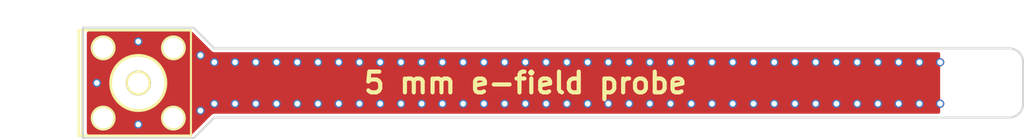
<source format=kicad_pcb>
(kicad_pcb (version 4) (host pcbnew 4.0.2-stable)

  (general
    (links 3)
    (no_connects 0)
    (area 110.924999 100.924999 179.075001 109.075001)
    (thickness 1.6)
    (drawings 13)
    (tracks 172)
    (zones 0)
    (modules 1)
    (nets 2)
  )

  (page A4)
  (layers
    (0 F.Cu signal)
    (1 In1.Cu signal)
    (2 In2.Cu signal)
    (31 B.Cu signal)
    (32 B.Adhes user)
    (33 F.Adhes user)
    (34 B.Paste user)
    (35 F.Paste user)
    (36 B.SilkS user)
    (37 F.SilkS user)
    (38 B.Mask user)
    (39 F.Mask user)
    (40 Dwgs.User user)
    (41 Cmts.User user)
    (42 Eco1.User user)
    (43 Eco2.User user)
    (44 Edge.Cuts user)
    (45 Margin user)
    (46 B.CrtYd user)
    (47 F.CrtYd user)
    (48 B.Fab user)
    (49 F.Fab user)
  )

  (setup
    (last_trace_width 0.25)
    (trace_clearance 0.2)
    (zone_clearance 0.2)
    (zone_45_only no)
    (trace_min 0.2)
    (segment_width 0.2)
    (edge_width 0.15)
    (via_size 0.6)
    (via_drill 0.4)
    (via_min_size 0.4)
    (via_min_drill 0.3)
    (uvia_size 0.3)
    (uvia_drill 0.1)
    (uvias_allowed no)
    (uvia_min_size 0.2)
    (uvia_min_drill 0.1)
    (pcb_text_width 0.3)
    (pcb_text_size 1.5 1.5)
    (mod_edge_width 0.15)
    (mod_text_size 0.001 0.001)
    (mod_text_width 0.00025)
    (pad_size 1.524 1.524)
    (pad_drill 0.762)
    (pad_to_mask_clearance 0.2)
    (aux_axis_origin 0 0)
    (visible_elements FFFFFF7F)
    (pcbplotparams
      (layerselection 0x010f0_80000007)
      (usegerberextensions true)
      (excludeedgelayer true)
      (linewidth 0.100000)
      (plotframeref false)
      (viasonmask false)
      (mode 1)
      (useauxorigin false)
      (hpglpennumber 1)
      (hpglpenspeed 20)
      (hpglpendiameter 15)
      (hpglpenoverlay 2)
      (psnegative false)
      (psa4output false)
      (plotreference true)
      (plotvalue true)
      (plotinvisibletext false)
      (padsonsilk false)
      (subtractmaskfromsilk false)
      (outputformat 1)
      (mirror false)
      (drillshape 0)
      (scaleselection 1)
      (outputdirectory gerbs/))
  )

  (net 0 "")
  (net 1 GND)

  (net_class Default "This is the default net class."
    (clearance 0.2)
    (trace_width 0.25)
    (via_dia 0.6)
    (via_drill 0.4)
    (uvia_dia 0.3)
    (uvia_drill 0.1)
    (add_net GND)
  )

  (module vna_footprints:732512200_SMA (layer F.Cu) (tedit 56AF1EC8) (tstamp 573AC994)
    (at 115 105)
    (path /573ABABD)
    (fp_text reference U101 (at -10 -4) (layer F.SilkS)
      (effects (font (size 0.001 0.001) (thickness 0.00025)))
    )
    (fp_text value CONN_SMA (at -6 -6) (layer F.Fab)
      (effects (font (size 0.001 0.001) (thickness 0.00025)))
    )
    (fp_line (start -4.064 3.81) (end -4.064 -3.81) (layer F.SilkS) (width 0.15))
    (fp_line (start -4.318 3.81) (end -3.81 3.81) (layer F.SilkS) (width 0.15))
    (fp_line (start -4.318 -3.81) (end -4.318 3.81) (layer F.SilkS) (width 0.15))
    (fp_line (start -4.318 -3.81) (end -3.81 -3.81) (layer F.SilkS) (width 0.15))
    (fp_line (start 3.81 3.81) (end -3.81 3.81) (layer F.SilkS) (width 0.15))
    (fp_line (start 3.81 -3.81) (end 3.81 3.81) (layer F.SilkS) (width 0.15))
    (fp_line (start -3.81 -3.81) (end 3.81 -3.81) (layer F.SilkS) (width 0.15))
    (pad 1 thru_hole circle (at 0 0) (size 1.8 1.8) (drill 1.5) (layers *.Cu *.Mask F.SilkS))
    (pad 2 thru_hole circle (at -2.54 2.54) (size 1.8 1.8) (drill 1.5) (layers *.Cu *.Mask F.SilkS)
      (net 1 GND))
    (pad 3 thru_hole circle (at -2.54 -2.54) (size 1.8 1.8) (drill 1.5) (layers *.Cu *.Mask F.SilkS)
      (net 1 GND))
    (pad 4 thru_hole circle (at 2.54 -2.54) (size 1.8 1.8) (drill 1.5) (layers *.Cu *.Mask F.SilkS)
      (net 1 GND))
    (pad 5 thru_hole circle (at 2.54 2.54) (size 1.8 1.8) (drill 1.5) (layers *.Cu *.Mask F.SilkS)
      (net 1 GND))
  )

  (gr_line (start 120.5 102.5) (end 178 102.5) (layer Edge.Cuts) (width 0.15))
  (gr_line (start 178 107.5) (end 120.5 107.5) (layer Edge.Cuts) (width 0.15))
  (gr_line (start 179 103.5) (end 179 106.5) (layer Edge.Cuts) (width 0.15))
  (gr_arc (start 178 106.5) (end 179 106.5) (angle 90) (layer Edge.Cuts) (width 0.15))
  (gr_arc (start 178 103.5) (end 178 102.5) (angle 90) (layer Edge.Cuts) (width 0.15))
  (gr_text "5 mm e-field probe" (at 143 105) (layer F.SilkS)
    (effects (font (size 1.5 1.5) (thickness 0.3)))
  )
  (gr_line (start 119 101) (end 120.5 102.5) (layer Edge.Cuts) (width 0.15))
  (gr_line (start 118.75 101) (end 119 101) (layer Edge.Cuts) (width 0.15))
  (gr_line (start 111 101) (end 118.75 101) (layer Edge.Cuts) (width 0.15))
  (gr_line (start 119 109) (end 120.5 107.5) (layer Edge.Cuts) (width 0.15))
  (gr_line (start 111 109) (end 119 109) (layer Edge.Cuts) (width 0.15))
  (gr_line (start 111 109) (end 111 101) (layer Edge.Cuts) (width 0.15))
  (gr_circle (center 115 105) (end 113 105) (layer F.SilkS) (width 0.2))

  (segment (start 175 105) (end 178 105) (width 0.25) (layer In1.Cu) (net 0))
  (segment (start 115 105) (end 170 105) (width 0.25) (layer In1.Cu) (net 0))
  (segment (start 170 105) (end 175 105) (width 0.25) (layer In1.Cu) (net 0))
  (segment (start 173 103.5) (end 173 106.5) (width 0.25) (layer In2.Cu) (net 1))
  (segment (start 112 105.807208) (end 112 105) (width 0.25) (layer In2.Cu) (net 1))
  (via (at 112 105) (size 0.6) (drill 0.4) (layers F.Cu B.Cu) (net 1))
  (segment (start 112.46 107.54) (end 112.46 106.267208) (width 0.25) (layer In2.Cu) (net 1))
  (segment (start 112.46 106.267208) (end 112 105.807208) (width 0.25) (layer In2.Cu) (net 1))
  (segment (start 115.807208 108) (end 115 108) (width 0.25) (layer F.Cu) (net 1))
  (via (at 115 108) (size 0.6) (drill 0.4) (layers F.Cu B.Cu) (net 1))
  (segment (start 117.54 107.54) (end 116.267208 107.54) (width 0.25) (layer F.Cu) (net 1))
  (segment (start 116.267208 107.54) (end 115.807208 108) (width 0.25) (layer F.Cu) (net 1))
  (segment (start 117.54 102.46) (end 115.46 102.46) (width 0.25) (layer In2.Cu) (net 1))
  (segment (start 115.46 102.46) (end 115 102) (width 0.25) (layer In2.Cu) (net 1))
  (via (at 115 102) (size 0.6) (drill 0.4) (layers F.Cu B.Cu) (net 1))
  (segment (start 119.700001 103.200001) (end 119.5 103) (width 0.25) (layer F.Cu) (net 1))
  (via (at 119.5 103) (size 0.6) (drill 0.4) (layers F.Cu B.Cu) (net 1))
  (segment (start 120.5 103.5) (end 120.200001 103.200001) (width 0.25) (layer F.Cu) (net 1))
  (segment (start 120.200001 103.200001) (end 119.700001 103.200001) (width 0.25) (layer F.Cu) (net 1))
  (segment (start 120 106.5) (end 119.5 107) (width 0.25) (layer In2.Cu) (net 1))
  (via (at 119.5 107) (size 0.6) (drill 0.4) (layers F.Cu B.Cu) (net 1))
  (segment (start 120.5 106.5) (end 120 106.5) (width 0.25) (layer In2.Cu) (net 1))
  (via (at 120.5 106.5) (size 0.6) (drill 0.4) (layers F.Cu B.Cu) (net 1))
  (segment (start 122 106.5) (end 120.5 106.5) (width 0.25) (layer In2.Cu) (net 1))
  (via (at 122 106.5) (size 0.6) (drill 0.4) (layers F.Cu B.Cu) (net 1))
  (segment (start 123.5 106.5) (end 122 106.5) (width 0.25) (layer In2.Cu) (net 1))
  (via (at 123.5 106.5) (size 0.6) (drill 0.4) (layers F.Cu B.Cu) (net 1))
  (segment (start 125 106.5) (end 123.5 106.5) (width 0.25) (layer In2.Cu) (net 1))
  (via (at 125 106.5) (size 0.6) (drill 0.4) (layers F.Cu B.Cu) (net 1))
  (segment (start 126.5 106.5) (end 125 106.5) (width 0.25) (layer In2.Cu) (net 1))
  (via (at 126.5 106.5) (size 0.6) (drill 0.4) (layers F.Cu B.Cu) (net 1))
  (segment (start 128 106.5) (end 126.5 106.5) (width 0.25) (layer In2.Cu) (net 1))
  (via (at 128 106.5) (size 0.6) (drill 0.4) (layers F.Cu B.Cu) (net 1))
  (segment (start 129.5 106.5) (end 128 106.5) (width 0.25) (layer F.Cu) (net 1))
  (via (at 129.5 106.5) (size 0.6) (drill 0.4) (layers F.Cu B.Cu) (net 1))
  (segment (start 131 106.5) (end 129.5 106.5) (width 0.25) (layer F.Cu) (net 1))
  (via (at 131 106.5) (size 0.6) (drill 0.4) (layers F.Cu B.Cu) (net 1))
  (segment (start 132.5 106.5) (end 131 106.5) (width 0.25) (layer F.Cu) (net 1))
  (via (at 132.5 106.5) (size 0.6) (drill 0.4) (layers F.Cu B.Cu) (net 1))
  (segment (start 134 106.5) (end 132.5 106.5) (width 0.25) (layer F.Cu) (net 1))
  (via (at 134 106.5) (size 0.6) (drill 0.4) (layers F.Cu B.Cu) (net 1))
  (segment (start 135.5 106.5) (end 134 106.5) (width 0.25) (layer F.Cu) (net 1))
  (via (at 135.5 106.5) (size 0.6) (drill 0.4) (layers F.Cu B.Cu) (net 1))
  (segment (start 137 106.5) (end 135.5 106.5) (width 0.25) (layer F.Cu) (net 1))
  (via (at 137 106.5) (size 0.6) (drill 0.4) (layers F.Cu B.Cu) (net 1))
  (segment (start 138.5 106.5) (end 137 106.5) (width 0.25) (layer F.Cu) (net 1))
  (via (at 138.5 106.5) (size 0.6) (drill 0.4) (layers F.Cu B.Cu) (net 1))
  (segment (start 140 106.5) (end 138.5 106.5) (width 0.25) (layer F.Cu) (net 1))
  (via (at 140 106.5) (size 0.6) (drill 0.4) (layers F.Cu B.Cu) (net 1))
  (segment (start 141.5 106.5) (end 140 106.5) (width 0.25) (layer F.Cu) (net 1))
  (via (at 141.5 106.5) (size 0.6) (drill 0.4) (layers F.Cu B.Cu) (net 1))
  (segment (start 143 106.5) (end 141.5 106.5) (width 0.25) (layer F.Cu) (net 1))
  (via (at 143 106.5) (size 0.6) (drill 0.4) (layers F.Cu B.Cu) (net 1))
  (segment (start 144.5 106.5) (end 143 106.5) (width 0.25) (layer F.Cu) (net 1))
  (via (at 144.5 106.5) (size 0.6) (drill 0.4) (layers F.Cu B.Cu) (net 1))
  (segment (start 146 106.5) (end 144.5 106.5) (width 0.25) (layer F.Cu) (net 1))
  (via (at 146 106.5) (size 0.6) (drill 0.4) (layers F.Cu B.Cu) (net 1))
  (segment (start 147.5 106.5) (end 146 106.5) (width 0.25) (layer F.Cu) (net 1))
  (via (at 147.5 106.5) (size 0.6) (drill 0.4) (layers F.Cu B.Cu) (net 1))
  (segment (start 149 106.5) (end 147.5 106.5) (width 0.25) (layer F.Cu) (net 1))
  (via (at 149 106.5) (size 0.6) (drill 0.4) (layers F.Cu B.Cu) (net 1))
  (segment (start 150.5 106.5) (end 149 106.5) (width 0.25) (layer F.Cu) (net 1))
  (via (at 150.5 106.5) (size 0.6) (drill 0.4) (layers F.Cu B.Cu) (net 1))
  (segment (start 152 106.5) (end 150.5 106.5) (width 0.25) (layer F.Cu) (net 1))
  (segment (start 152 106.5) (end 151 106.5) (width 0.25) (layer In2.Cu) (net 1))
  (via (at 152 106.5) (size 0.6) (drill 0.4) (layers F.Cu B.Cu) (net 1))
  (segment (start 153.5 106.5) (end 152 106.5) (width 0.25) (layer In2.Cu) (net 1))
  (segment (start 155 106.5) (end 153.5 106.5) (width 0.25) (layer F.Cu) (net 1))
  (via (at 153.5 106.5) (size 0.6) (drill 0.4) (layers F.Cu B.Cu) (net 1))
  (via (at 155 106.5) (size 0.6) (drill 0.4) (layers F.Cu B.Cu) (net 1))
  (segment (start 156.5 106.5) (end 155 106.5) (width 0.25) (layer F.Cu) (net 1))
  (via (at 156.5 106.5) (size 0.6) (drill 0.4) (layers F.Cu B.Cu) (net 1))
  (segment (start 158 106.5) (end 156.5 106.5) (width 0.25) (layer F.Cu) (net 1))
  (via (at 158 106.5) (size 0.6) (drill 0.4) (layers F.Cu B.Cu) (net 1))
  (segment (start 159.5 106.5) (end 158 106.5) (width 0.25) (layer F.Cu) (net 1))
  (via (at 159.5 106.5) (size 0.6) (drill 0.4) (layers F.Cu B.Cu) (net 1))
  (segment (start 161 106.5) (end 159.5 106.5) (width 0.25) (layer F.Cu) (net 1))
  (via (at 161 106.5) (size 0.6) (drill 0.4) (layers F.Cu B.Cu) (net 1))
  (segment (start 162.5 106.5) (end 161 106.5) (width 0.25) (layer F.Cu) (net 1))
  (via (at 162.5 106.5) (size 0.6) (drill 0.4) (layers F.Cu B.Cu) (net 1))
  (segment (start 164 106.5) (end 162.5 106.5) (width 0.25) (layer F.Cu) (net 1))
  (via (at 164 106.5) (size 0.6) (drill 0.4) (layers F.Cu B.Cu) (net 1))
  (segment (start 165.5 106.5) (end 164 106.5) (width 0.25) (layer F.Cu) (net 1))
  (via (at 165.5 106.5) (size 0.6) (drill 0.4) (layers F.Cu B.Cu) (net 1))
  (segment (start 167 106.5) (end 165.5 106.5) (width 0.25) (layer F.Cu) (net 1))
  (via (at 167 106.5) (size 0.6) (drill 0.4) (layers F.Cu B.Cu) (net 1))
  (segment (start 168.5 106.5) (end 167 106.5) (width 0.25) (layer F.Cu) (net 1))
  (via (at 168.5 106.5) (size 0.6) (drill 0.4) (layers F.Cu B.Cu) (net 1))
  (segment (start 170 106.5) (end 168.5 106.5) (width 0.25) (layer F.Cu) (net 1))
  (segment (start 171.5 106.5) (end 170 106.5) (width 0.25) (layer In2.Cu) (net 1))
  (via (at 170 106.5) (size 0.6) (drill 0.4) (layers F.Cu B.Cu) (net 1))
  (segment (start 173 106.5) (end 171.5 106.5) (width 0.25) (layer F.Cu) (net 1))
  (via (at 171.5 106.5) (size 0.6) (drill 0.4) (layers F.Cu B.Cu) (net 1))
  (via (at 173 106.5) (size 0.6) (drill 0.4) (layers F.Cu B.Cu) (net 1))
  (segment (start 171.5 103.5) (end 173 103.5) (width 0.25) (layer In2.Cu) (net 1))
  (via (at 173 103.5) (size 0.6) (drill 0.4) (layers F.Cu B.Cu) (net 1))
  (segment (start 170 103.5) (end 171.5 103.5) (width 0.25) (layer F.Cu) (net 1))
  (via (at 171.5 103.5) (size 0.6) (drill 0.4) (layers F.Cu B.Cu) (net 1))
  (segment (start 168.5 103.5) (end 170 103.5) (width 0.25) (layer In2.Cu) (net 1))
  (via (at 170 103.5) (size 0.6) (drill 0.4) (layers F.Cu B.Cu) (net 1))
  (segment (start 167 103.5) (end 168.5 103.5) (width 0.25) (layer F.Cu) (net 1))
  (via (at 168.5 103.5) (size 0.6) (drill 0.4) (layers F.Cu B.Cu) (net 1))
  (segment (start 165.5 103.5) (end 167 103.5) (width 0.25) (layer In2.Cu) (net 1))
  (via (at 167 103.5) (size 0.6) (drill 0.4) (layers F.Cu B.Cu) (net 1))
  (segment (start 164 103.5) (end 165.5 103.5) (width 0.25) (layer F.Cu) (net 1))
  (via (at 165.5 103.5) (size 0.6) (drill 0.4) (layers F.Cu B.Cu) (net 1))
  (via (at 164 103.5) (size 0.6) (drill 0.4) (layers F.Cu B.Cu) (net 1))
  (segment (start 162.5 103.5) (end 164 103.5) (width 0.25) (layer F.Cu) (net 1))
  (segment (start 161 103.5) (end 162.5 103.5) (width 0.25) (layer In2.Cu) (net 1))
  (segment (start 162.5 103.5) (end 163 103.5) (width 0.25) (layer In2.Cu) (net 1))
  (segment (start 161 103.5) (end 162.5 103.5) (width 0.25) (layer F.Cu) (net 1))
  (via (at 162.5 103.5) (size 0.6) (drill 0.4) (layers F.Cu B.Cu) (net 1))
  (via (at 161 103.5) (size 0.6) (drill 0.4) (layers F.Cu B.Cu) (net 1))
  (segment (start 159.5 103.5) (end 161 103.5) (width 0.25) (layer In2.Cu) (net 1))
  (segment (start 158 103.5) (end 159.5 103.5) (width 0.25) (layer F.Cu) (net 1))
  (via (at 159.5 103.5) (size 0.6) (drill 0.4) (layers F.Cu B.Cu) (net 1))
  (via (at 158 103.5) (size 0.6) (drill 0.4) (layers F.Cu B.Cu) (net 1))
  (segment (start 156.5 103.5) (end 158 103.5) (width 0.25) (layer F.Cu) (net 1))
  (segment (start 155 103.5) (end 156.5 103.5) (width 0.25) (layer In2.Cu) (net 1))
  (via (at 156.5 103.5) (size 0.6) (drill 0.4) (layers F.Cu B.Cu) (net 1))
  (segment (start 153.5 103.5) (end 155 103.5) (width 0.25) (layer F.Cu) (net 1))
  (via (at 155 103.5) (size 0.6) (drill 0.4) (layers F.Cu B.Cu) (net 1))
  (via (at 153.5 103.5) (size 0.6) (drill 0.4) (layers F.Cu B.Cu) (net 1))
  (segment (start 152 103.5) (end 153.5 103.5) (width 0.25) (layer F.Cu) (net 1))
  (via (at 152 103.5) (size 0.6) (drill 0.4) (layers F.Cu B.Cu) (net 1))
  (segment (start 150.5 103.5) (end 152 103.5) (width 0.25) (layer F.Cu) (net 1))
  (segment (start 149 103.5) (end 150.5 103.5) (width 0.25) (layer In2.Cu) (net 1))
  (via (at 150.5 103.5) (size 0.6) (drill 0.4) (layers F.Cu B.Cu) (net 1))
  (via (at 149 103.5) (size 0.6) (drill 0.4) (layers F.Cu B.Cu) (net 1))
  (segment (start 147.5 103.5) (end 149 103.5) (width 0.25) (layer In2.Cu) (net 1))
  (via (at 147.5 103.5) (size 0.6) (drill 0.4) (layers F.Cu B.Cu) (net 1))
  (segment (start 146 103.5) (end 147.5 103.5) (width 0.25) (layer In2.Cu) (net 1))
  (via (at 146 103.5) (size 0.6) (drill 0.4) (layers F.Cu B.Cu) (net 1))
  (segment (start 144.5 103.5) (end 146 103.5) (width 0.25) (layer In2.Cu) (net 1))
  (via (at 144.5 103.5) (size 0.6) (drill 0.4) (layers F.Cu B.Cu) (net 1))
  (segment (start 143 103.5) (end 144.5 103.5) (width 0.25) (layer In2.Cu) (net 1))
  (segment (start 141.5 103.5) (end 143 103.5) (width 0.25) (layer F.Cu) (net 1))
  (via (at 143 103.5) (size 0.6) (drill 0.4) (layers F.Cu B.Cu) (net 1))
  (via (at 141.5 103.5) (size 0.6) (drill 0.4) (layers F.Cu B.Cu) (net 1))
  (segment (start 140 103.5) (end 141.5 103.5) (width 0.25) (layer F.Cu) (net 1))
  (segment (start 138.5 103.5) (end 140 103.5) (width 0.25) (layer In2.Cu) (net 1))
  (via (at 140 103.5) (size 0.6) (drill 0.4) (layers F.Cu B.Cu) (net 1))
  (via (at 138.5 103.5) (size 0.6) (drill 0.4) (layers F.Cu B.Cu) (net 1))
  (segment (start 137 103.5) (end 138.5 103.5) (width 0.25) (layer In2.Cu) (net 1))
  (via (at 137 103.5) (size 0.6) (drill 0.4) (layers F.Cu B.Cu) (net 1))
  (segment (start 135.5 103.5) (end 137 103.5) (width 0.25) (layer In2.Cu) (net 1))
  (segment (start 134 103.5) (end 135.5 103.5) (width 0.25) (layer F.Cu) (net 1))
  (via (at 135.5 103.5) (size 0.6) (drill 0.4) (layers F.Cu B.Cu) (net 1))
  (via (at 134 103.5) (size 0.6) (drill 0.4) (layers F.Cu B.Cu) (net 1))
  (segment (start 132.5 103.5) (end 134 103.5) (width 0.25) (layer F.Cu) (net 1))
  (segment (start 131 103.5) (end 132.5 103.5) (width 0.25) (layer In2.Cu) (net 1))
  (via (at 132.5 103.5) (size 0.6) (drill 0.4) (layers F.Cu B.Cu) (net 1))
  (via (at 131 103.5) (size 0.6) (drill 0.4) (layers F.Cu B.Cu) (net 1))
  (segment (start 129.5 103.5) (end 131 103.5) (width 0.25) (layer In2.Cu) (net 1))
  (segment (start 128 103.5) (end 129.5 103.5) (width 0.25) (layer F.Cu) (net 1))
  (via (at 129.5 103.5) (size 0.6) (drill 0.4) (layers F.Cu B.Cu) (net 1))
  (segment (start 126.5 103.5) (end 128 103.5) (width 0.25) (layer In2.Cu) (net 1))
  (via (at 128 103.5) (size 0.6) (drill 0.4) (layers F.Cu B.Cu) (net 1))
  (segment (start 125 103.5) (end 126.5 103.5) (width 0.25) (layer F.Cu) (net 1))
  (via (at 126.5 103.5) (size 0.6) (drill 0.4) (layers F.Cu B.Cu) (net 1))
  (via (at 125 103.5) (size 0.6) (drill 0.4) (layers F.Cu B.Cu) (net 1))
  (segment (start 123.5 103.5) (end 125 103.5) (width 0.25) (layer F.Cu) (net 1))
  (via (at 123.5 103.5) (size 0.6) (drill 0.4) (layers F.Cu B.Cu) (net 1))
  (segment (start 122 103.5) (end 123.5 103.5) (width 0.25) (layer F.Cu) (net 1))
  (via (at 122 103.5) (size 0.6) (drill 0.4) (layers F.Cu B.Cu) (net 1))
  (segment (start 120.5 103.5) (end 122 103.5) (width 0.25) (layer F.Cu) (net 1))
  (segment (start 120.359999 103.359999) (end 120.5 103.5) (width 0.25) (layer F.Cu) (net 1))
  (via (at 120.5 103.5) (size 0.6) (drill 0.4) (layers F.Cu B.Cu) (net 1))
  (segment (start 117.54 102.46) (end 118.439999 103.359999) (width 0.25) (layer F.Cu) (net 1))
  (segment (start 118.439999 103.359999) (end 120.359999 103.359999) (width 0.25) (layer F.Cu) (net 1))
  (segment (start 117.54 102.46) (end 119.71 102.46) (width 0.25) (layer F.Cu) (net 1))
  (segment (start 119.71 102.46) (end 120.5 103.25) (width 0.25) (layer F.Cu) (net 1))

  (zone (net 1) (net_name GND) (layer F.Cu) (tstamp 0) (hatch edge 0.508)
    (connect_pads yes (clearance 0.2))
    (min_thickness 0.254)
    (fill yes (arc_segments 16) (thermal_gap 0.508) (thermal_bridge_width 0.508))
    (polygon
      (pts
        (xy 111 101) (xy 111 109) (xy 173 109) (xy 173 101)
      )
    )
    (filled_polygon
      (pts
        (xy 120.215743 102.784257) (xy 120.346161 102.8714) (xy 120.5 102.902) (xy 172.873 102.902) (xy 172.873 107.098)
        (xy 120.5 107.098) (xy 120.346161 107.1286) (xy 120.215743 107.215743) (xy 118.833486 108.598) (xy 111.402 108.598)
        (xy 111.402 104.7) (xy 112.873 104.7) (xy 112.873 105.2) (xy 112.876792 105.230802) (xy 112.976792 105.630802)
        (xy 112.979517 105.640161) (xy 113.079517 105.940161) (xy 113.09433 105.970447) (xy 113.29433 106.270447) (xy 113.310197 106.289803)
        (xy 113.710197 106.689803) (xy 113.729553 106.70567) (xy 114.029553 106.90567) (xy 114.059839 106.920483) (xy 114.359839 107.020483)
        (xy 114.369198 107.023208) (xy 114.769198 107.123208) (xy 114.8 107.127) (xy 115.2 107.127) (xy 115.230802 107.123208)
        (xy 115.630802 107.023208) (xy 115.640161 107.020483) (xy 115.940161 106.920483) (xy 115.970447 106.90567) (xy 116.270447 106.70567)
        (xy 116.289803 106.689803) (xy 116.589803 106.389803) (xy 116.60567 106.370447) (xy 116.80567 106.070447) (xy 116.813592 106.056796)
        (xy 117.013592 105.656796) (xy 117.023208 105.630802) (xy 117.123208 105.230802) (xy 117.127 105.2) (xy 117.127 104.8)
        (xy 117.123208 104.769198) (xy 117.023208 104.369198) (xy 117.017917 104.352833) (xy 116.817917 103.852833) (xy 116.789803 103.810197)
        (xy 116.289803 103.310197) (xy 116.26301 103.289733) (xy 115.56301 102.889733) (xy 115.5 102.873) (xy 114.8 102.873)
        (xy 114.775093 102.875466) (xy 114.275093 102.975466) (xy 114.226183 102.996656) (xy 113.526183 103.496656) (xy 113.50083 103.520664)
        (xy 113.10083 104.020664) (xy 113.079517 104.059839) (xy 112.879517 104.659839) (xy 112.873 104.7) (xy 111.402 104.7)
        (xy 111.402 101.402) (xy 118.833486 101.402)
      )
    )
  )
  (zone (net 1) (net_name GND) (layer In2.Cu) (tstamp 0) (hatch edge 0.508)
    (connect_pads yes (clearance 0.2))
    (min_thickness 0.254)
    (fill yes (arc_segments 16) (thermal_gap 0.508) (thermal_bridge_width 0.508))
    (polygon
      (pts
        (xy 111 101) (xy 111 109) (xy 173 109) (xy 173 101)
      )
    )
    (filled_polygon
      (pts
        (xy 120.215743 102.784257) (xy 120.346161 102.8714) (xy 120.5 102.902) (xy 172.873 102.902) (xy 172.873 107.098)
        (xy 120.5 107.098) (xy 120.346161 107.1286) (xy 120.215743 107.215743) (xy 118.833486 108.598) (xy 111.402 108.598)
        (xy 111.402 104.7) (xy 112.873 104.7) (xy 112.873 105.2) (xy 112.877886 105.23489) (xy 113.077886 105.93489)
        (xy 113.09433 105.970447) (xy 113.29433 106.270447) (xy 113.310197 106.289803) (xy 113.710197 106.689803) (xy 113.729553 106.70567)
        (xy 114.029553 106.90567) (xy 114.06511 106.922114) (xy 114.76511 107.122114) (xy 114.8 107.127) (xy 115.2 107.127)
        (xy 115.230802 107.123208) (xy 115.630802 107.023208) (xy 115.640161 107.020483) (xy 115.940161 106.920483) (xy 115.970447 106.90567)
        (xy 116.270447 106.70567) (xy 116.289803 106.689803) (xy 116.589803 106.389803) (xy 116.60567 106.370447) (xy 116.80567 106.070447)
        (xy 116.813592 106.056796) (xy 117.013592 105.656796) (xy 117.023208 105.630802) (xy 117.123208 105.230802) (xy 117.127 105.2)
        (xy 117.127 104.8) (xy 117.123208 104.769198) (xy 117.023208 104.369198) (xy 117.017917 104.352833) (xy 116.817917 103.852833)
        (xy 116.789803 103.810197) (xy 116.289803 103.310197) (xy 116.26301 103.289733) (xy 115.56301 102.889733) (xy 115.5 102.873)
        (xy 114.8 102.873) (xy 114.775093 102.875466) (xy 114.275093 102.975466) (xy 114.226183 102.996656) (xy 113.526183 103.496656)
        (xy 113.50083 103.520664) (xy 113.10083 104.020664) (xy 113.079517 104.059839) (xy 112.879517 104.659839) (xy 112.873 104.7)
        (xy 111.402 104.7) (xy 111.402 101.402) (xy 118.833486 101.402)
      )
    )
  )
  (zone (net 0) (net_name "") (layer F.Cu) (tstamp 0) (hatch edge 0.508)
    (connect_pads yes (clearance 0.2))
    (min_thickness 0.254)
    (keepout (tracks not_allowed) (vias not_allowed) (copperpour not_allowed))
    (fill (arc_segments 16) (thermal_gap 0.508) (thermal_bridge_width 0.508))
    (polygon
      (pts
        (xy 113 105) (xy 113 104.7) (xy 113.1 104.4) (xy 113.2 104.1) (xy 113.6 103.6)
        (xy 114.3 103.1) (xy 114.8 103) (xy 115.5 103) (xy 116.2 103.4) (xy 116.7 103.9)
        (xy 116.9 104.4) (xy 117 104.8) (xy 117 105.2) (xy 116.9 105.6) (xy 116.7 106)
        (xy 116.5 106.3) (xy 116.2 106.6) (xy 115.9 106.8) (xy 115.6 106.9) (xy 115.2 107)
        (xy 114.8 107) (xy 114.4 106.9) (xy 114.1 106.8) (xy 113.8 106.6) (xy 113.6 106.4)
        (xy 113.4 106.2) (xy 113.2 105.9) (xy 113.1 105.6) (xy 113 105.2)
      )
    )
  )
  (zone (net 0) (net_name "") (layer In2.Cu) (tstamp 0) (hatch edge 0.508)
    (connect_pads yes (clearance 0.2))
    (min_thickness 0.254)
    (keepout (tracks not_allowed) (vias not_allowed) (copperpour not_allowed))
    (fill (arc_segments 16) (thermal_gap 0.508) (thermal_bridge_width 0.508))
    (polygon
      (pts
        (xy 113 105) (xy 113 104.7) (xy 113.2 104.1) (xy 113.6 103.6) (xy 114.3 103.1)
        (xy 114.8 103) (xy 115.5 103) (xy 116.2 103.4) (xy 116.7 103.9) (xy 116.9 104.4)
        (xy 117 104.8) (xy 117 105.2) (xy 116.9 105.6) (xy 116.7 106) (xy 116.5 106.3)
        (xy 116.2 106.6) (xy 115.9 106.8) (xy 115.6 106.9) (xy 115.2 107) (xy 114.8 107)
        (xy 114.1 106.8) (xy 113.8 106.6) (xy 113.4 106.2) (xy 113.2 105.9) (xy 113 105.2)
      )
    )
  )
)

</source>
